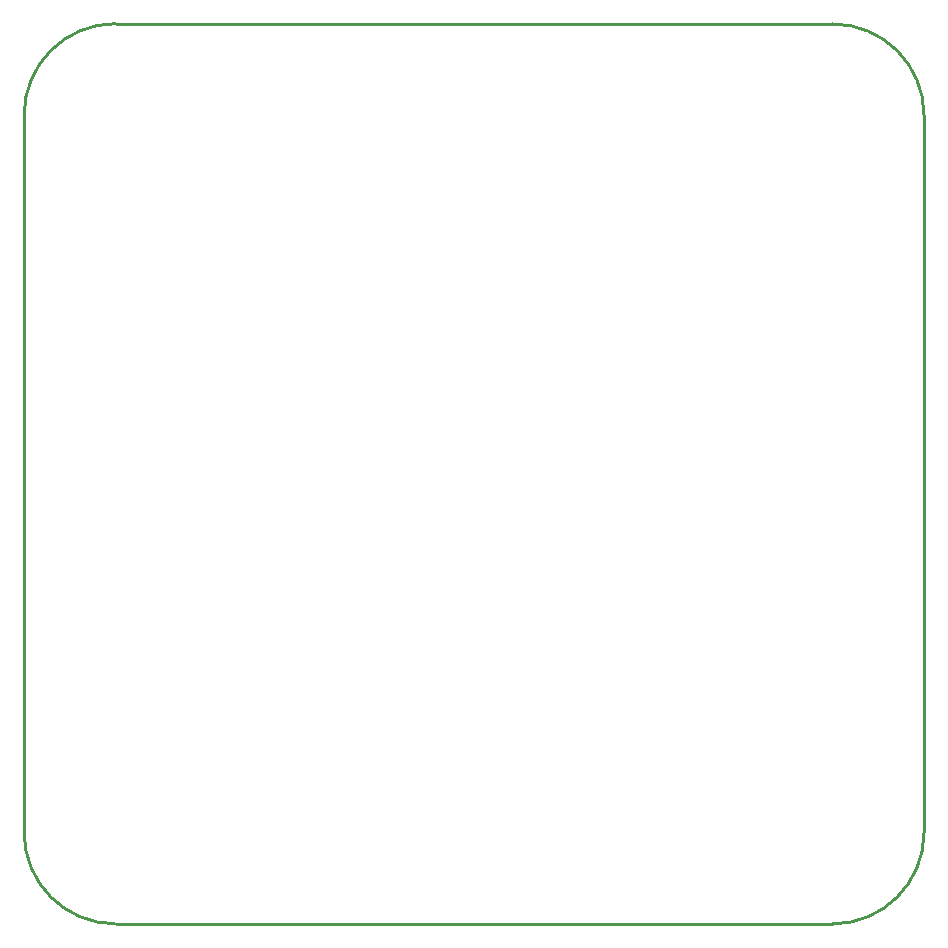
<source format=gbr>
%TF.GenerationSoftware,Altium Limited,Altium Designer,20.1.11 (218)*%
G04 Layer_Color=16711935*
%FSLAX26Y26*%
%MOIN*%
%TF.SameCoordinates,1DCD3DB5-9A7A-439C-B071-390915EAFCA4*%
%TF.FilePolarity,Positive*%
%TF.FileFunction,Other,Mechanical_1*%
%TF.Part,Single*%
G01*
G75*
%TA.AperFunction,NonConductor*%
%ADD22C,0.010000*%
D22*
X305000Y3001000D02*
G03*
X0Y2696000I0J-305000D01*
G01*
X3000000Y2695000D02*
G03*
X2695000Y3000000I-305000J0D01*
G01*
Y0D02*
G03*
X3000000Y305000I0J305000D01*
G01*
X0D02*
G03*
X305000Y0I305000J0D01*
G01*
X-0Y2696000D02*
X0Y305000D01*
X305000Y3000000D02*
X2695000Y3000000D01*
X305000Y0D02*
X2695000D01*
X3000000Y305000D02*
X3000000Y2695000D01*
%TF.MD5,6b810f18f9c1e7f4caa4c1103b4b3027*%
M02*

</source>
